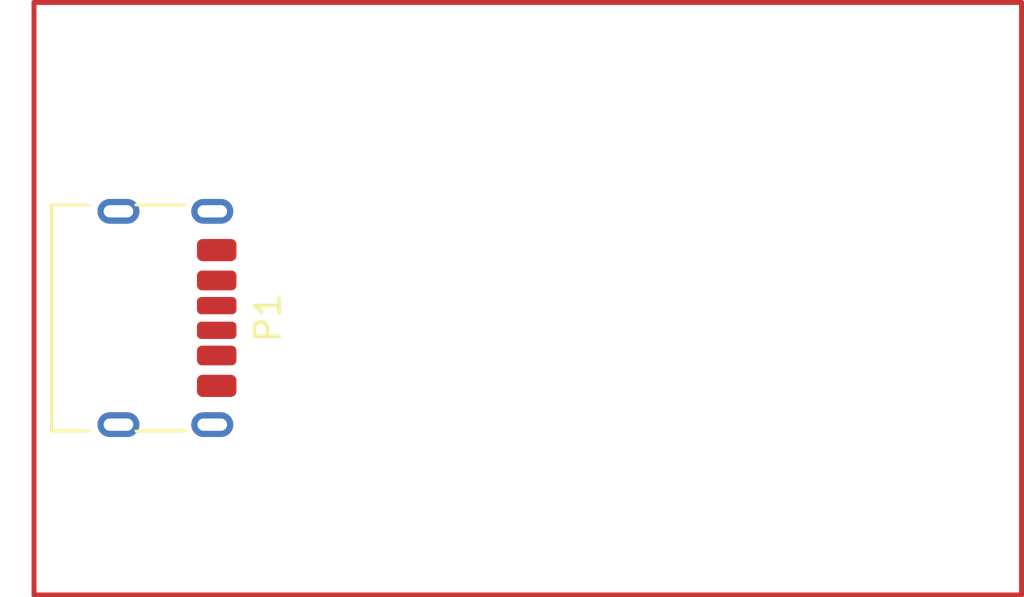
<source format=kicad_pcb>
(kicad_pcb (version 20240108) (generator "pcbnew") (generator_version "8.0")
  (layers (0 "F.Cu" signal) (31 "B.Cu" signal) (34 "B.Paste" user) (35 "F.Paste" user) (36 "B.SilkS" user "B.Silkscreen") (37 "F.SilkS" user "F.Silkscreen") (38 "B.Mask" user) (39 "F.Mask" user) (44 "Edge.Cuts" user))
  (net 0 "")
  (net 1 "GND")
  (net 2 "VCC")
  (footprint "Connector_USB:USB_C_Receptacle_HRO_TYPE-C-31-M-17" (layer "F.Cu") (at 24.22 32.78 -90)
    (property "Reference" "P1" (at 0 -5.25 90) (layer "F.SilkS"))
    (property "Value" "USB_C_Plug_USB2.0")
    (fp_line (start -4.58 3.51) (end 4.58 3.51) (stroke (width 0.12)) (layer "F.SilkS"))
    (fp_line (start -4.58 2) (end -4.58 3.51) (stroke (width 0.12)) (layer "F.SilkS"))
    (fp_line (start 4.58 2) (end 4.58 3.51) (stroke (width 0.12)) (layer "F.SilkS"))
    (fp_line (start -4.58 -1.9) (end -4.58 0.1) (stroke (width 0.12)) (layer "F.SilkS"))
    (fp_line (start 4.58 -1.9) (end 4.58 0.1) (stroke (width 0.12)) (layer "F.SilkS"))
    (pad "A5" smd roundrect (at -0.5 -3.18 270) (size 0.7 1.6) (layers "F.Cu" "F.Paste" "F.Mask") (net 2 "VCC"))
    (pad "A9" smd roundrect (at 1.52 -3.18 270) (size 0.8 1.6) (layers "F.Cu" "F.Paste" "F.Mask") (net 2 "VCC"))
    (pad "A12" smd roundrect (at 2.75 -3.18 270) (size 0.9 1.6) (layers "F.Cu" "F.Paste" "F.Mask") (net 1 "GND"))
    (pad "B5" smd roundrect (at 0.5 -3.18 270) (size 0.7 1.6) (layers "F.Cu" "F.Paste" "F.Mask") (net 2 "VCC"))
    (pad "B9" smd roundrect (at -1.52 -3.18 270) (size 0.8 1.6) (layers "F.Cu" "F.Paste" "F.Mask") (net 2 "VCC"))
    (pad "B12" smd roundrect (at -2.75 -3.18 270) (size 0.9 1.6) (layers "F.Cu" "F.Paste" "F.Mask") (net 1 "GND"))
    (pad "S1" thru_hole oval (at -4.32 -3 270) (size 1 1.7) (drill oval 0.5 1.2) (property pad_prop_heatsink) (layers "*.Cu" "*.Mask") (net 1 "GND"))
    (pad "S1" thru_hole oval (at -4.32 0.8 270) (size 1 1.7) (drill oval 0.5 1.2) (property pad_prop_heatsink) (layers "*.Cu" "*.Mask") (net 1 "GND"))
    (pad "S1" thru_hole oval (at 4.32 -3 270) (size 1 1.7) (drill oval 0.5 1.2) (property pad_prop_heatsink) (layers "*.Cu" "*.Mask") (net 1 "GND"))
    (pad "S1" thru_hole oval (at 4.32 0.8 270) (size 1 1.7) (drill oval 0.5 1.2) (property pad_prop_heatsink) (layers "*.Cu" "*.Mask") (net 1 "GND"))
  )
  (gr_line (start 60 44) (end 60 20) (stroke (width 0.2)) (layer "F.Cu") (net 1))
  (gr_line (start 20 44) (end 60 44) (stroke (width 0.2)) (layer "F.Cu") (net 1))
  (gr_line (start 60 20) (end 20 20) (stroke (width 0.2)) (layer "F.Cu") (net 1))
  (gr_line (start 20 20) (end 20 44) (stroke (width 0.2)) (layer "F.Cu") (net 1))
)
</source>
